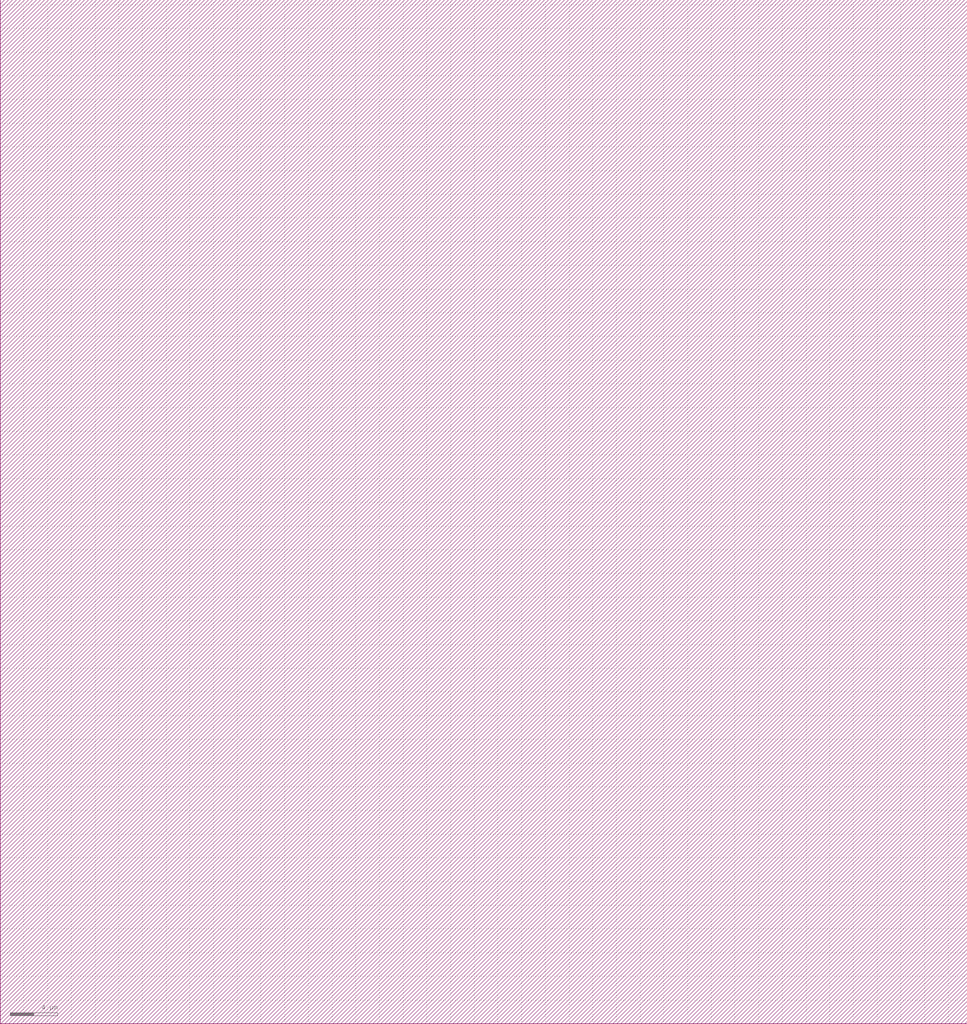
<source format=lef>
VERSION 5.6 ;

BUSBITCHARS "[]" ;

DIVIDERCHAR "/" ;

UNITS
    DATABASE MICRONS 1000 ;
END UNITS

MANUFACTURINGGRID 0.005000 ; 

CLEARANCEMEASURE EUCLIDEAN ; 

USEMINSPACING OBS ON ; 

SITE CoreSite
    CLASS CORE ;
    SIZE 0.600000 BY 0.300000 ;
END CoreSite

LAYER li
   TYPE ROUTING ;
   DIRECTION VERTICAL ;
   MINWIDTH 0.300000 ;
   AREA 0.056250 ;
   WIDTH 0.300000 ;
   SPACINGTABLE
      PARALLELRUNLENGTH 0.0
      WIDTH 0.0 0.225000 ;
   PITCH 0.600000 0.600000 ;
END li

LAYER mcon
    TYPE CUT ;
    SPACING 0.225000 ;
    WIDTH 0.300000 ;
    ENCLOSURE ABOVE 0.075000 0.075000 ;
    ENCLOSURE BELOW 0.000000 0.000000 ;
END mcon

LAYER met1
   TYPE ROUTING ;
   DIRECTION HORIZONTAL ;
   MINWIDTH 0.150000 ;
   AREA 0.084375 ;
   WIDTH 0.150000 ;
   SPACINGTABLE
      PARALLELRUNLENGTH 0.0
      WIDTH 0.0 0.150000 ;
   PITCH 0.300000 0.300000 ;
END met1

LAYER v1
    TYPE CUT ;
    SPACING 0.075000 ;
    WIDTH 0.300000 ;
    ENCLOSURE ABOVE 0.075000 0.075000 ;
    ENCLOSURE BELOW 0.075000 0.075000 ;
END v1

LAYER met2
   TYPE ROUTING ;
   DIRECTION VERTICAL ;
   MINWIDTH 0.150000 ;
   AREA 0.073125 ;
   WIDTH 0.150000 ;
   SPACINGTABLE
      PARALLELRUNLENGTH 0.0
      WIDTH 0.0 0.150000 ;
   PITCH 0.300000 0.300000 ;
END met2

LAYER v2
    TYPE CUT ;
    SPACING 0.150000 ;
    WIDTH 0.300000 ;
    ENCLOSURE ABOVE 0.075000 0.075000 ;
    ENCLOSURE BELOW 0.075000 0.000000 ;
END v2

LAYER met3
   TYPE ROUTING ;
   DIRECTION HORIZONTAL ;
   MINWIDTH 0.300000 ;
   AREA 0.241875 ;
   WIDTH 0.300000 ;
   SPACINGTABLE
      PARALLELRUNLENGTH 0.0
      WIDTH 0.0 0.300000 ;
   PITCH 0.600000 0.600000 ;
END met3

LAYER v3
    TYPE CUT ;
    SPACING 0.150000 ;
    WIDTH 0.450000 ;
    ENCLOSURE ABOVE 0.075000 0.075000 ;
    ENCLOSURE BELOW 0.075000 0.000000 ;
END v3

LAYER met4
   TYPE ROUTING ;
   DIRECTION VERTICAL ;
   MINWIDTH 0.300000 ;
   AREA 0.241875 ;
   WIDTH 0.300000 ;
   SPACINGTABLE
      PARALLELRUNLENGTH 0.0
      WIDTH 0.0 0.300000 ;
   PITCH 0.600000 0.600000 ;
END met4

LAYER v4
    TYPE CUT ;
    SPACING 0.450000 ;
    WIDTH 1.200000 ;
    ENCLOSURE ABOVE 0.150000 0.150000 ;
    ENCLOSURE BELOW 0.000000 0.000000 ;
END v4

LAYER met5
   TYPE ROUTING ;
   DIRECTION HORIZONTAL ;
   MINWIDTH 1.650000 ;
   AREA 4.005000 ;
   WIDTH 1.650000 ;
   SPACINGTABLE
      PARALLELRUNLENGTH 0.0
      WIDTH 0.0 1.650000 ;
   PITCH 3.300000 3.300000 ;
END met5

LAYER OVERLAP
   TYPE OVERLAP ;
END OVERLAP

VIA mcon_C DEFAULT
   LAYER li ;
     RECT -0.150000 -0.150000 0.150000 0.150000 ;
   LAYER mcon ;
     RECT -0.150000 -0.150000 0.150000 0.150000 ;
   LAYER met1 ;
     RECT -0.225000 -0.225000 0.225000 0.225000 ;
END mcon_C

VIA v1_C DEFAULT
   LAYER met1 ;
     RECT -0.225000 -0.225000 0.225000 0.225000 ;
   LAYER v1 ;
     RECT -0.150000 -0.150000 0.150000 0.150000 ;
   LAYER met2 ;
     RECT -0.225000 -0.225000 0.225000 0.225000 ;
END v1_C

VIA v2_C DEFAULT
   LAYER met2 ;
     RECT -0.150000 -0.225000 0.150000 0.225000 ;
   LAYER v2 ;
     RECT -0.150000 -0.150000 0.150000 0.150000 ;
   LAYER met3 ;
     RECT -0.225000 -0.225000 0.225000 0.225000 ;
END v2_C

VIA v2_Ch
   LAYER met2 ;
     RECT -0.225000 -0.150000 0.225000 0.150000 ;
   LAYER v2 ;
     RECT -0.150000 -0.150000 0.150000 0.150000 ;
   LAYER met3 ;
     RECT -0.225000 -0.225000 0.225000 0.225000 ;
END v2_Ch

VIA v2_Cv
   LAYER met2 ;
     RECT -0.150000 -0.225000 0.150000 0.225000 ;
   LAYER v2 ;
     RECT -0.150000 -0.150000 0.150000 0.150000 ;
   LAYER met3 ;
     RECT -0.225000 -0.225000 0.225000 0.225000 ;
END v2_Cv

VIA v3_C DEFAULT
   LAYER met3 ;
     RECT -0.300000 -0.225000 0.300000 0.225000 ;
   LAYER v3 ;
     RECT -0.225000 -0.225000 0.225000 0.225000 ;
   LAYER met4 ;
     RECT -0.300000 -0.300000 0.300000 0.300000 ;
END v3_C

VIA v3_Ch
   LAYER met3 ;
     RECT -0.300000 -0.225000 0.300000 0.225000 ;
   LAYER v3 ;
     RECT -0.225000 -0.225000 0.225000 0.225000 ;
   LAYER met4 ;
     RECT -0.300000 -0.300000 0.300000 0.300000 ;
END v3_Ch

VIA v3_Cv
   LAYER met3 ;
     RECT -0.300000 -0.225000 0.300000 0.225000 ;
   LAYER v3 ;
     RECT -0.225000 -0.225000 0.225000 0.225000 ;
   LAYER met4 ;
     RECT -0.300000 -0.300000 0.300000 0.300000 ;
END v3_Cv

VIA v4_C DEFAULT
   LAYER met4 ;
     RECT -0.600000 -0.600000 0.600000 0.600000 ;
   LAYER v4 ;
     RECT -0.600000 -0.600000 0.600000 0.600000 ;
   LAYER met5 ;
     RECT -0.750000 -0.750000 0.750000 0.750000 ;
END v4_C

MACRO _0_0std_0_0cells_0_0MUX2X1
    CLASS CORE ;
    FOREIGN _0_0std_0_0cells_0_0MUX2X1 0.000000 0.000000 ;
    ORIGIN 0.000000 0.000000 ;
    SIZE 6.600000 BY 4.800000 ;
    SYMMETRY X Y ;
    SITE CoreSite ;
    PIN A
        DIRECTION INPUT ;
        USE SIGNAL ;
        PORT
        LAYER li ;
        RECT 0.600000 3.975000 0.975000 4.050000 ;
        RECT 0.600000 3.750000 0.750000 3.975000 ;
        RECT 0.600000 3.600000 0.975000 3.750000 ;
        RECT 0.675000 4.425000 0.900000 4.650000 ;
        RECT 0.675000 4.050000 0.975000 4.425000 ;
        RECT 0.750000 3.750000 0.975000 3.975000 ;
        RECT 0.900000 4.425000 0.975000 4.650000 ;
        LAYER mcon ;
        RECT 0.675000 4.425000 0.900000 4.650000 ;
        LAYER met1 ;
        RECT 0.600000 4.650000 0.975000 4.725000 ;
        RECT 0.600000 4.425000 0.675000 4.650000 ;
        RECT 0.600000 4.350000 0.975000 4.425000 ;
        RECT 0.675000 4.425000 0.900000 4.650000 ;
        RECT 0.900000 4.425000 0.975000 4.650000 ;
        END
        ANTENNAGATEAREA 0.281250 ;
    END A
    PIN B
        DIRECTION INPUT ;
        USE SIGNAL ;
        PORT
        LAYER li ;
        RECT 3.000000 3.600000 3.300000 3.975000 ;
        RECT 3.300000 3.750000 3.525000 3.975000 ;
        RECT 3.300000 4.425000 3.525000 4.650000 ;
        RECT 3.300000 3.975000 3.600000 4.425000 ;
        RECT 3.525000 3.750000 3.600000 3.975000 ;
        RECT 3.525000 4.425000 3.600000 4.650000 ;
        LAYER mcon ;
        RECT 3.300000 4.425000 3.525000 4.650000 ;
        LAYER met1 ;
        RECT 3.225000 4.650000 3.600000 4.725000 ;
        RECT 3.225000 4.425000 3.300000 4.650000 ;
        RECT 3.225000 4.350000 3.600000 4.425000 ;
        RECT 3.300000 4.425000 3.525000 4.650000 ;
        RECT 3.525000 4.425000 3.600000 4.650000 ;
        END
        ANTENNAGATEAREA 0.281250 ;
    END B
    PIN S
        DIRECTION INPUT ;
        USE SIGNAL ;
        PORT
        LAYER li ;
        RECT 1.800000 3.750000 2.475000 3.975000 ;
        RECT 1.800000 3.675000 2.775000 3.750000 ;
        RECT 1.800000 3.450000 2.100000 3.675000 ;
        RECT 1.800000 3.225000 2.025000 3.450000 ;
        RECT 1.800000 3.150000 2.100000 3.225000 ;
        RECT 2.475000 3.750000 2.700000 3.975000 ;
        RECT 2.025000 3.225000 2.100000 3.450000 ;
        RECT 2.700000 3.750000 2.775000 3.975000 ;
        RECT 2.475000 4.425000 2.700000 4.650000 ;
        RECT 2.475000 3.975000 2.775000 4.425000 ;
        RECT 2.700000 4.425000 2.775000 4.650000 ;
        LAYER mcon ;
        RECT 2.475000 4.425000 2.700000 4.650000 ;
        LAYER met1 ;
        RECT 2.400000 4.650000 2.775000 4.725000 ;
        RECT 2.400000 4.425000 2.475000 4.650000 ;
        RECT 2.400000 4.350000 2.775000 4.425000 ;
        RECT 2.475000 4.425000 2.700000 4.650000 ;
        RECT 2.700000 4.425000 2.775000 4.650000 ;
        END
        ANTENNAGATEAREA 0.438750 ;
    END S
    PIN Y
        DIRECTION OUTPUT ;
        USE SIGNAL ;
        PORT
        LAYER li ;
        RECT 1.650000 1.425000 1.725000 1.650000 ;
        RECT 1.725000 1.425000 1.950000 1.650000 ;
        RECT 1.950000 1.425000 2.025000 1.650000 ;
        RECT 2.475000 2.475000 2.550000 2.700000 ;
        RECT 2.550000 2.475000 2.775000 2.700000 ;
        RECT 2.775000 2.475000 2.850000 2.700000 ;
        RECT 4.200000 2.700000 4.500000 2.775000 ;
        RECT 4.200000 2.475000 4.425000 2.700000 ;
        RECT 4.200000 1.725000 4.500000 2.475000 ;
        RECT 4.200000 1.650000 4.800000 1.725000 ;
        RECT 4.200000 1.425000 4.575000 1.650000 ;
        RECT 4.200000 1.350000 4.800000 1.425000 ;
        RECT 4.200000 0.900000 4.500000 1.350000 ;
        RECT 4.425000 2.475000 4.500000 2.700000 ;
        RECT 4.575000 1.425000 4.800000 1.650000 ;
        RECT 5.025000 2.475000 5.100000 2.700000 ;
        RECT 5.100000 2.475000 5.325000 2.700000 ;
        RECT 5.325000 2.475000 5.400000 2.700000 ;
        LAYER mcon ;
        RECT 1.725000 1.425000 1.950000 1.650000 ;
        RECT 2.550000 2.475000 2.775000 2.700000 ;
        RECT 4.200000 2.475000 4.425000 2.700000 ;
        RECT 4.575000 1.425000 4.800000 1.650000 ;
        RECT 5.100000 2.475000 5.325000 2.700000 ;
        LAYER met1 ;
        RECT 1.650000 1.650000 4.875000 1.725000 ;
        RECT 1.650000 1.425000 1.725000 1.650000 ;
        RECT 1.650000 1.350000 4.875000 1.425000 ;
        RECT 1.725000 1.425000 1.950000 1.650000 ;
        RECT 1.950000 1.425000 4.575000 1.650000 ;
        RECT 4.575000 1.425000 4.800000 1.650000 ;
        RECT 2.475000 2.700000 5.400000 2.775000 ;
        RECT 2.475000 2.475000 2.550000 2.700000 ;
        RECT 2.475000 2.400000 5.400000 2.475000 ;
        RECT 4.800000 1.425000 4.875000 1.650000 ;
        RECT 2.550000 2.475000 2.775000 2.700000 ;
        RECT 2.775000 2.475000 4.200000 2.700000 ;
        RECT 4.200000 2.475000 4.425000 2.700000 ;
        RECT 4.425000 2.475000 5.100000 2.700000 ;
        RECT 5.100000 2.475000 5.325000 2.700000 ;
        RECT 5.325000 2.475000 5.400000 2.700000 ;
        END
        ANTENNADIFFAREA 1.406250 ;
    END Y
    PIN Vdd
        DIRECTION INPUT ;
        USE POWER ;
        PORT
        LAYER li ;
        RECT 1.200000 2.850000 1.425000 3.525000 ;
        RECT 1.200000 2.625000 1.425000 2.850000 ;
        RECT 1.200000 2.550000 1.425000 2.625000 ;
        RECT 1.200000 3.750000 1.500000 3.900000 ;
        RECT 1.200000 3.525000 1.425000 3.750000 ;
        RECT 1.425000 3.600000 1.500000 3.750000 ;
        RECT 3.675000 3.150000 3.750000 3.375000 ;
        RECT 3.750000 3.150000 3.975000 3.375000 ;
        RECT 3.825000 3.750000 4.425000 3.825000 ;
        RECT 3.825000 3.525000 4.050000 3.750000 ;
        RECT 3.825000 3.375000 4.050000 3.525000 ;
        RECT 3.975000 3.150000 4.050000 3.375000 ;
        RECT 4.050000 3.525000 4.425000 3.750000 ;
        RECT 4.125000 4.200000 4.200000 4.425000 ;
        RECT 4.125000 3.825000 4.425000 4.200000 ;
        RECT 4.200000 4.200000 4.425000 4.425000 ;
        LAYER mcon ;
        RECT 1.200000 3.525000 1.425000 3.750000 ;
        RECT 3.825000 3.525000 4.050000 3.750000 ;
        RECT 4.200000 4.200000 4.425000 4.425000 ;
        LAYER met1 ;
        RECT 1.125000 3.750000 4.125000 3.825000 ;
        RECT 1.125000 3.525000 1.200000 3.750000 ;
        RECT 1.125000 3.450000 4.125000 3.525000 ;
        RECT 1.200000 3.525000 1.425000 3.750000 ;
        RECT 1.425000 3.525000 3.825000 3.750000 ;
        RECT 3.825000 3.525000 4.050000 3.750000 ;
        RECT 4.050000 3.525000 4.125000 3.750000 ;
        RECT 4.125000 4.425000 4.500000 4.500000 ;
        RECT 4.125000 4.200000 4.200000 4.425000 ;
        RECT 4.125000 4.125000 4.500000 4.200000 ;
        RECT 4.200000 4.200000 4.425000 4.425000 ;
        RECT 4.425000 4.200000 4.500000 4.425000 ;
        END
        ANTENNADIFFAREA 0.804375 ;
    END Vdd
    PIN GND
        DIRECTION INPUT ;
        USE GROUND ;
        PORT
        LAYER li ;
        RECT 0.600000 1.425000 0.900000 1.500000 ;
        RECT 0.600000 1.200000 0.675000 1.425000 ;
        RECT 0.600000 1.125000 0.900000 1.200000 ;
        RECT 0.600000 0.900000 0.675000 1.125000 ;
        RECT 0.600000 0.450000 0.900000 0.900000 ;
        RECT 0.600000 0.225000 0.675000 0.450000 ;
        RECT 0.675000 1.200000 0.900000 1.425000 ;
        RECT 0.675000 0.900000 0.900000 1.125000 ;
        RECT 0.675000 0.225000 0.900000 0.450000 ;
        RECT 3.075000 1.650000 3.300000 1.725000 ;
        RECT 3.075000 1.425000 3.300000 1.650000 ;
        RECT 3.075000 1.125000 3.300000 1.425000 ;
        RECT 3.075000 0.900000 3.300000 1.125000 ;
        RECT 3.075000 0.825000 3.300000 0.900000 ;
        LAYER mcon ;
        RECT 0.675000 0.900000 0.900000 1.125000 ;
        RECT 0.675000 0.225000 0.900000 0.450000 ;
        RECT 3.075000 0.900000 3.300000 1.125000 ;
        LAYER met1 ;
        RECT 0.600000 1.125000 3.450000 1.200000 ;
        RECT 0.600000 0.900000 0.675000 1.125000 ;
        RECT 0.600000 0.825000 3.450000 0.900000 ;
        RECT 0.600000 0.450000 0.975000 0.525000 ;
        RECT 0.600000 0.225000 0.675000 0.450000 ;
        RECT 0.600000 0.150000 0.975000 0.225000 ;
        RECT 0.675000 0.900000 0.900000 1.125000 ;
        RECT 0.675000 0.225000 0.900000 0.450000 ;
        RECT 0.900000 0.900000 3.075000 1.125000 ;
        RECT 0.900000 0.225000 0.975000 0.450000 ;
        RECT 3.075000 0.900000 3.300000 1.125000 ;
        RECT 3.300000 0.900000 3.450000 1.125000 ;
        END
        ANTENNADIFFAREA 0.607500 ;
    END GND
    OBS
        LAYER li ;
        RECT 0.600000 3.000000 0.675000 3.225000 ;
        RECT 0.675000 3.000000 0.900000 3.225000 ;
        RECT 0.900000 3.000000 0.975000 3.225000 ;
        RECT 1.725000 2.625000 1.950000 2.700000 ;
        RECT 1.725000 2.400000 1.950000 2.625000 ;
        RECT 1.725000 2.175000 1.950000 2.400000 ;
        RECT 1.725000 1.950000 1.950000 2.175000 ;
        RECT 1.725000 1.875000 1.950000 1.950000 ;
        RECT 2.550000 2.175000 2.775000 2.250000 ;
        RECT 2.550000 1.950000 2.775000 2.175000 ;
        RECT 2.550000 1.725000 2.775000 1.950000 ;
        RECT 2.550000 1.500000 2.775000 1.725000 ;
        RECT 2.550000 1.425000 2.775000 1.500000 ;
        RECT 3.750000 1.425000 3.975000 1.500000 ;
        RECT 3.750000 1.200000 3.975000 1.425000 ;
        RECT 3.750000 1.125000 3.975000 1.200000 ;
        RECT 3.750000 0.900000 3.975000 1.125000 ;
        RECT 3.750000 0.825000 3.975000 0.900000 ;
        RECT 4.500000 3.000000 4.575000 3.225000 ;
        RECT 4.575000 3.000000 4.800000 3.225000 ;
        RECT 4.800000 3.000000 4.875000 3.225000 ;
        RECT 5.100000 1.425000 5.325000 1.500000 ;
        RECT 5.100000 1.200000 5.325000 1.425000 ;
        RECT 5.100000 1.125000 5.325000 1.200000 ;
        RECT 5.100000 0.900000 5.325000 1.125000 ;
        RECT 5.100000 0.825000 5.325000 0.900000 ;
        RECT 5.625000 1.950000 5.700000 2.175000 ;
        RECT 5.700000 1.950000 5.925000 2.175000 ;
        RECT 5.925000 1.950000 6.000000 2.175000 ;
        LAYER met1 ;
        RECT 0.600000 3.225000 4.875000 3.300000 ;
        RECT 0.600000 3.000000 0.675000 3.225000 ;
        RECT 0.600000 2.925000 4.875000 3.000000 ;
        RECT 0.675000 3.000000 0.900000 3.225000 ;
        RECT 0.900000 3.000000 4.575000 3.225000 ;
        RECT 4.575000 3.000000 4.800000 3.225000 ;
        RECT 4.800000 3.000000 4.875000 3.225000 ;
        RECT 1.650000 2.175000 6.000000 2.250000 ;
        RECT 1.650000 1.950000 1.725000 2.175000 ;
        RECT 1.650000 1.875000 6.000000 1.950000 ;
        RECT 1.725000 1.950000 1.950000 2.175000 ;
        RECT 1.950000 1.950000 2.550000 2.175000 ;
        RECT 2.550000 1.950000 2.775000 2.175000 ;
        RECT 2.775000 1.950000 5.700000 2.175000 ;
        RECT 5.700000 1.950000 5.925000 2.175000 ;
        RECT 5.925000 1.950000 6.000000 2.175000 ;
        RECT 3.675000 1.125000 5.400000 1.200000 ;
        RECT 3.675000 0.900000 3.750000 1.125000 ;
        RECT 3.675000 0.825000 5.400000 0.900000 ;
        RECT 3.750000 0.900000 3.975000 1.125000 ;
        RECT 3.975000 0.900000 5.100000 1.125000 ;
        RECT 5.100000 0.900000 5.325000 1.125000 ;
        RECT 5.325000 0.900000 5.400000 1.125000 ;
    END
END _0_0std_0_0cells_0_0MUX2X1

MACRO welltap_svt
    CLASS CORE WELLTAP ;
    FOREIGN welltap_svt 0.000000 0.000000 ;
    ORIGIN 0.000000 0.000000 ;
    SIZE 1.200000 BY 2.100000 ;
    SYMMETRY X Y ;
    SITE CoreSite ;
    PIN Vdd
        DIRECTION INPUT ;
        USE POWER ;
        PORT
        LAYER li ;
        RECT 0.600000 1.500000 0.900000 1.800000 ;
        END
    END Vdd
    PIN GND
        DIRECTION INPUT ;
        USE GROUND ;
        PORT
        LAYER li ;
        RECT 0.600000 0.300000 0.900000 0.600000 ;
        END
    END GND
END welltap_svt

MACRO circuitppnp
   CLASS CORE ;
   FOREIGN circuitppnp 0.000000 0.000000 ;
   ORIGIN 0.000000 0.000000 ; 
   SIZE 81.600000 BY 86.400000 ; 
   SYMMETRY X Y ;
   SITE CoreSite ;
END circuitppnp

MACRO circuitwell
   CLASS CORE ;
   FOREIGN circuitwell 0.000000 0.000000 ;
   ORIGIN 0.000000 0.000000 ; 
   SIZE 81.600000 BY 86.400000 ; 
   SYMMETRY X Y ;
   SITE CoreSite ;
END circuitwell


</source>
